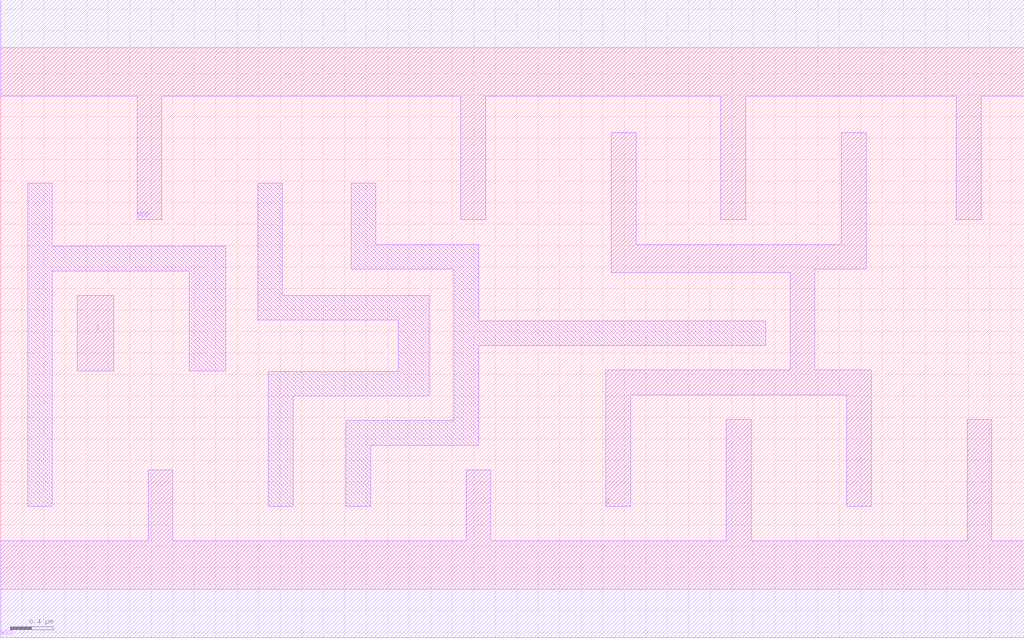
<source format=lef>
# Copyright 2022 GlobalFoundries PDK Authors
#
# Licensed under the Apache License, Version 2.0 (the "License");
# you may not use this file except in compliance with the License.
# You may obtain a copy of the License at
#
#      http://www.apache.org/licenses/LICENSE-2.0
#
# Unless required by applicable law or agreed to in writing, software
# distributed under the License is distributed on an "AS IS" BASIS,
# WITHOUT WARRANTIES OR CONDITIONS OF ANY KIND, either express or implied.
# See the License for the specific language governing permissions and
# limitations under the License.

MACRO gf180mcu_fd_sc_mcu9t5v0__dlya_4
  CLASS core ;
  FOREIGN gf180mcu_fd_sc_mcu9t5v0__dlya_4 0.0 0.0 ;
  ORIGIN 0 0 ;
  SYMMETRY X Y ;
  SITE GF018hv5v_green_sc9 ;
  SIZE 9.52 BY 5.04 ;
  PIN I
    DIRECTION INPUT ;
    ANTENNAGATEAREA 0.396 ;
    PORT
      LAYER Metal1 ;
        POLYGON 0.71 2.035 1.05 2.035 1.05 2.735 0.71 2.735  ;
    END
  END I
  PIN Z
    DIRECTION OUTPUT ;
    ANTENNADIFFAREA 3.642 ;
    PORT
      LAYER Metal1 ;
        POLYGON 5.68 2.95 7.115 2.95 7.345 2.95 7.345 2.04 5.63 2.04 5.63 0.77 5.86 0.77 5.86 1.81 7.87 1.81 7.87 0.77 8.1 0.77 8.1 2.04 7.575 2.04 7.575 2.98 8.05 2.98 8.05 4.25 7.82 4.25 7.82 3.21 7.115 3.21 5.91 3.21 5.91 4.25 5.68 4.25  ;
    END
  END Z
  PIN VDD
    DIRECTION INOUT ;
    USE power ;
    SHAPE ABUTMENT ;
    PORT
      LAYER Metal1 ;
        POLYGON 0 4.59 1.27 4.59 1.27 3.44 1.5 3.44 1.5 4.59 2.095 4.59 4.28 4.59 4.28 3.44 4.51 3.44 4.51 4.59 6.7 4.59 6.7 3.44 6.93 3.44 6.93 4.59 7.115 4.59 8.89 4.59 8.89 3.44 9.12 3.44 9.12 4.59 9.52 4.59 9.52 5.49 7.115 5.49 2.095 5.49 0 5.49  ;
    END
  END VDD
  PIN VSS
    DIRECTION INOUT ;
    USE ground ;
    SHAPE ABUTMENT ;
    PORT
      LAYER Metal1 ;
        POLYGON 0 -0.45 9.52 -0.45 9.52 0.45 9.22 0.45 9.22 1.58 8.99 1.58 8.99 0.45 6.98 0.45 6.98 1.58 6.75 1.58 6.75 0.45 4.56 0.45 4.56 1.11 4.33 1.11 4.33 0.45 1.6 0.45 1.6 1.11 1.37 1.11 1.37 0.45 0 0.45  ;
    END
  END VSS
  OBS
      LAYER Metal1 ;
        POLYGON 0.25 0.77 0.48 0.77 0.48 2.965 1.755 2.965 1.755 2.035 2.095 2.035 2.095 3.195 0.48 3.195 0.48 3.78 0.25 3.78  ;
        POLYGON 2.39 2.505 3.7 2.505 3.7 2.03 2.49 2.03 2.49 0.77 2.72 0.77 2.72 1.8 3.985 1.8 3.985 2.735 2.62 2.735 2.62 3.78 2.39 3.78  ;
        POLYGON 3.26 2.98 4.215 2.98 4.215 1.57 3.21 1.57 3.21 0.77 3.44 0.77 3.44 1.34 4.445 1.34 4.445 2.27 7.115 2.27 7.115 2.5 4.445 2.5 4.445 3.21 3.49 3.21 3.49 3.78 3.26 3.78  ;
  END
END gf180mcu_fd_sc_mcu9t5v0__dlya_4

</source>
